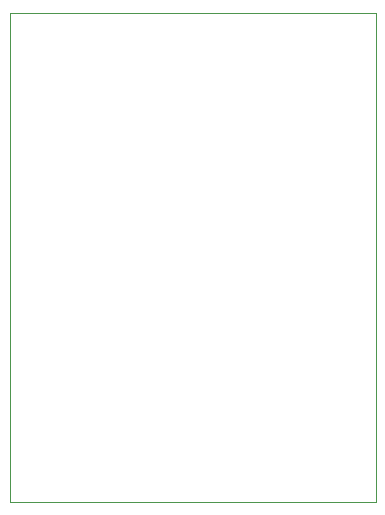
<source format=gbr>
%TF.GenerationSoftware,KiCad,Pcbnew,7.0.2*%
%TF.CreationDate,2023-05-21T22:41:38+02:00*%
%TF.ProjectId,AMS & IMD Reset,414d5320-2620-4494-9d44-205265736574,rev?*%
%TF.SameCoordinates,Original*%
%TF.FileFunction,Profile,NP*%
%FSLAX46Y46*%
G04 Gerber Fmt 4.6, Leading zero omitted, Abs format (unit mm)*
G04 Created by KiCad (PCBNEW 7.0.2) date 2023-05-21 22:41:38*
%MOMM*%
%LPD*%
G01*
G04 APERTURE LIST*
%TA.AperFunction,Profile*%
%ADD10C,0.100000*%
%TD*%
G04 APERTURE END LIST*
D10*
X158496000Y-72898000D02*
X189484000Y-72898000D01*
X189484000Y-114300000D01*
X158496000Y-114300000D01*
X158496000Y-72898000D01*
M02*

</source>
